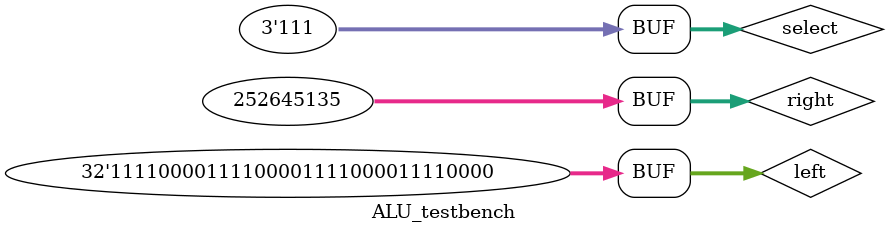
<source format=v>
`define DELAY 20
module ALU_testbench();
reg	[31:0]	left, right;
reg	[2:0]		select;
wire	[31:0]	result;

ALU fatb (result, left, right, select);


initial begin
left = 32'b11110000111100001111000011110000;
right= 32'b11110000111100001111000011110000;
select = 3'b000;
#`DELAY;
select = 3'b001;
#`DELAY;
select = 3'b010;
#`DELAY;
select = 3'b011;
#`DELAY;
select = 3'b100;
#`DELAY;
select = 3'b101;
#`DELAY;
select = 3'b110;
#`DELAY;
select = 3'b111;
#`DELAY;
left = 32'b1111000011110000111100001111;
right= 32'b1111000011110000111100001111;
select = 3'b000;
#`DELAY;
select = 3'b001;
#`DELAY;
select = 3'b010;
#`DELAY;
select = 3'b011;
#`DELAY;
select = 3'b100;
#`DELAY;
select = 3'b101;
#`DELAY;
select = 3'b110;
#`DELAY;
select = 3'b111;
#`DELAY;
left = 32'b1111000011110000111100001111;
right= 32'b11110000111100001111000011110000;
select = 3'b000;
#`DELAY;
select = 3'b001;
#`DELAY;
select = 3'b010;
#`DELAY;
select = 3'b011;
#`DELAY;
select = 3'b100;
#`DELAY;
select = 3'b101;
#`DELAY;
select = 3'b110;
#`DELAY;
select = 3'b111;
#`DELAY;
left = 32'b11110000111100001111000011110000;
right= 32'b1111000011110000111100001111;
select = 3'b000;
#`DELAY;
select = 3'b001;
#`DELAY;
select = 3'b010;
#`DELAY;
select = 3'b011;
#`DELAY;
select = 3'b100;
#`DELAY;
select = 3'b101;
#`DELAY;
select = 3'b110;
#`DELAY;
select = 3'b111;
#`DELAY;
end
 
 
initial
begin
$monitor("time = %2d, left=%1b, right=%1b, select=%1b, result=%1b", $time, left, right, select, result);
end
 
endmodule
</source>
